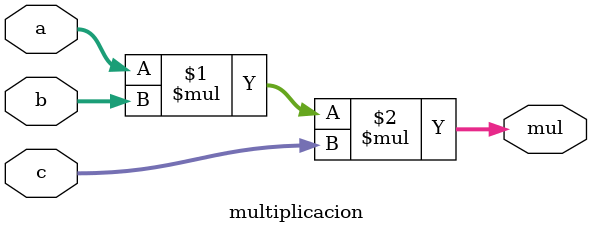
<source format=sv>
module multiplicacion #(parameter WIDTH = 4)(
  output wire [WIDTH*3-1:0] mul,
  input wire [WIDTH-1:0] a, b, c
);
  assign mul = a * b * c;
  
endmodule
</source>
